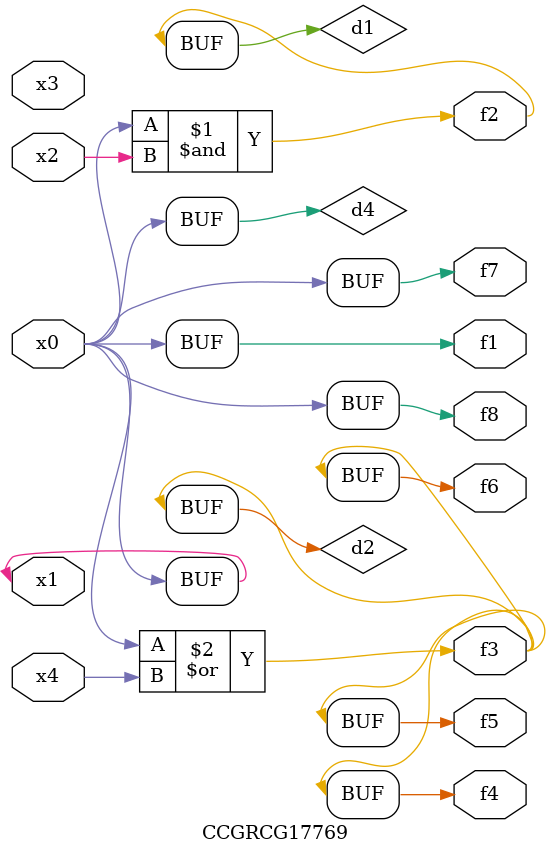
<source format=v>
module CCGRCG17769(
	input x0, x1, x2, x3, x4,
	output f1, f2, f3, f4, f5, f6, f7, f8
);

	wire d1, d2, d3, d4;

	and (d1, x0, x2);
	or (d2, x0, x4);
	nand (d3, x0, x2);
	buf (d4, x0, x1);
	assign f1 = d4;
	assign f2 = d1;
	assign f3 = d2;
	assign f4 = d2;
	assign f5 = d2;
	assign f6 = d2;
	assign f7 = d4;
	assign f8 = d4;
endmodule

</source>
